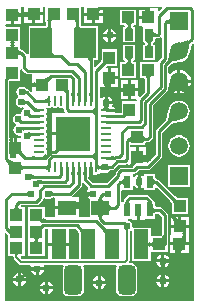
<source format=gtl>
G04*
G04 #@! TF.GenerationSoftware,Altium Limited,Altium Designer,20.1.8 (145)*
G04*
G04 Layer_Physical_Order=1*
G04 Layer_Color=255*
%FSLAX25Y25*%
%MOIN*%
G70*
G04*
G04 #@! TF.SameCoordinates,9520363F-8405-43F2-999A-1BF51871F706*
G04*
G04*
G04 #@! TF.FilePolarity,Positive*
G04*
G01*
G75*
%ADD17R,0.04331X0.03937*%
%ADD18R,0.05000X0.09843*%
%ADD19R,0.03937X0.04331*%
%ADD20R,0.06000X0.05000*%
%ADD21R,0.11811X0.11811*%
%ADD22O,0.03740X0.00984*%
%ADD23O,0.00984X0.03740*%
%ADD24R,0.07284X0.10039*%
%ADD25R,0.02756X0.03937*%
%ADD26R,0.02362X0.04331*%
%ADD40C,0.00900*%
%ADD41C,0.01000*%
%ADD42C,0.00600*%
%ADD43C,0.05906*%
%ADD44R,0.05906X0.05906*%
G04:AMPARAMS|DCode=45|XSize=98.43mil|YSize=59.06mil|CornerRadius=14.76mil|HoleSize=0mil|Usage=FLASHONLY|Rotation=90.000|XOffset=0mil|YOffset=0mil|HoleType=Round|Shape=RoundedRectangle|*
%AMROUNDEDRECTD45*
21,1,0.09843,0.02953,0,0,90.0*
21,1,0.06890,0.05906,0,0,90.0*
1,1,0.02953,0.01476,0.03445*
1,1,0.02953,0.01476,-0.03445*
1,1,0.02953,-0.01476,-0.03445*
1,1,0.02953,-0.01476,0.03445*
%
%ADD45ROUNDEDRECTD45*%
%ADD46C,0.02400*%
%ADD47C,0.01968*%
G36*
X534581Y274731D02*
X534544Y274638D01*
X534566Y274587D01*
X534553Y274532D01*
X534581Y274373D01*
Y274031D01*
X534641D01*
X534710Y273632D01*
X534729Y273602D01*
Y272919D01*
X534480Y272420D01*
X528975D01*
Y263332D01*
X528475Y263181D01*
X528357Y263357D01*
X527264Y264450D01*
X526917Y264682D01*
X526753Y264715D01*
X526744Y264725D01*
X526168Y265009D01*
Y266458D01*
X526168Y266458D01*
Y266781D01*
X526168D01*
X526168Y266958D01*
Y272312D01*
X521450D01*
X521201Y272812D01*
X521398Y273074D01*
X523100D01*
Y276239D01*
X523600D01*
Y276739D01*
X524457D01*
Y277079D01*
X525307Y276739D01*
X525545D01*
Y277139D01*
X526355Y276739D01*
X526569D01*
Y278987D01*
X527488D01*
Y277100D01*
X528432D01*
X528512Y277139D01*
Y277100D01*
X529502D01*
X529584Y277144D01*
X529598Y277100D01*
X530654D01*
X533819D01*
Y278987D01*
X534581D01*
Y274731D01*
D02*
G37*
G36*
X573511Y278525D02*
X572474Y277488D01*
X572012Y277679D01*
Y278468D01*
X569346D01*
Y277207D01*
X569686Y276357D01*
X569346D01*
Y275500D01*
X568846D01*
Y275000D01*
X565681D01*
Y272532D01*
X566788D01*
X567152Y272202D01*
Y267065D01*
X567555D01*
X567765Y266700D01*
X567555Y266335D01*
X567152D01*
Y261198D01*
X571107D01*
Y266335D01*
X570704D01*
X570494Y266700D01*
X570704Y267065D01*
X571107D01*
Y268317D01*
X571606Y268563D01*
X572233D01*
X572643Y268644D01*
X572829Y268769D01*
X573273Y268577D01*
X573329Y268517D01*
Y261965D01*
X572243Y260878D01*
X572057Y260600D01*
X571612Y260469D01*
X571612Y260469D01*
X566081D01*
Y255331D01*
X567530D01*
X567776Y254834D01*
Y250654D01*
X566069Y248946D01*
X565568Y249154D01*
Y250847D01*
X563100D01*
Y248181D01*
X564783D01*
X565111Y247767D01*
X564967Y247419D01*
X560032D01*
Y243599D01*
X560008Y243576D01*
X557950D01*
X557705Y243974D01*
X554822D01*
Y244952D01*
X553922D01*
X554192Y245499D01*
X553976Y246028D01*
X554800Y246868D01*
Y246900D01*
X554300D01*
Y247442D01*
X553976Y247772D01*
X554300Y248565D01*
Y249044D01*
X553942Y248972D01*
X553214Y248486D01*
X553188Y248447D01*
X552688Y248598D01*
Y249100D01*
X552659Y249246D01*
X552676Y249287D01*
X552675Y249288D01*
X552676Y249289D01*
X552673Y250192D01*
X552645Y250262D01*
Y251753D01*
X552931Y252135D01*
X554897D01*
X554972Y252247D01*
X554372D01*
X553943Y253147D01*
X555400Y253156D01*
Y255300D01*
Y258465D01*
X554831D01*
X554711Y258965D01*
X555225Y259228D01*
X558468D01*
Y264758D01*
X553332D01*
Y261515D01*
X552733Y260340D01*
X551176Y258783D01*
X550676Y258990D01*
Y260682D01*
X550922Y261180D01*
X552025D01*
Y272420D01*
X546520D01*
X546271Y272919D01*
Y273460D01*
X546275Y273465D01*
X546408Y273932D01*
X546519D01*
X546531Y274365D01*
X546521Y274455D01*
X546556Y274539D01*
X546519Y274631D01*
Y278987D01*
X547281D01*
Y277000D01*
X550446D01*
X551158D01*
X550458Y277700D01*
X551424Y278114D01*
X552060Y277478D01*
X551856Y277000D01*
X553612D01*
Y278987D01*
X573319D01*
X573511Y278525D01*
D02*
G37*
G36*
X536250Y273744D02*
X535350D01*
X535193Y274643D01*
X536700Y274656D01*
X536250Y273744D01*
D02*
G37*
G36*
X545907Y274543D02*
X545650Y273643D01*
X544750D01*
X544300Y274555D01*
X545907Y274543D01*
D02*
G37*
G36*
X576171Y273200D02*
X575259Y273650D01*
Y274550D01*
X576171Y275000D01*
Y273200D01*
D02*
G37*
G36*
X546100Y271808D02*
X544300D01*
X544750Y272708D01*
X545650D01*
X546100Y271808D01*
D02*
G37*
G36*
X536700D02*
X534900D01*
X535350Y272708D01*
X536250D01*
X536700Y271808D01*
D02*
G37*
G36*
X571395Y270083D02*
Y269183D01*
X570483Y268733D01*
Y270533D01*
X571395Y270083D01*
D02*
G37*
G36*
X569580Y266777D02*
X568680D01*
X568230Y267689D01*
X570030D01*
X569580Y266777D01*
D02*
G37*
G36*
X524113Y266619D02*
X524500Y265834D01*
X522700D01*
X523087Y266619D01*
X522700Y267393D01*
X524500D01*
X524113Y266619D01*
D02*
G37*
G36*
X570030Y265711D02*
X568230D01*
X568680Y266623D01*
X569580D01*
X570030Y265711D01*
D02*
G37*
G36*
X582734Y267098D02*
X582053Y264129D01*
X579130Y267053D01*
X582098Y267735D01*
X582734Y267098D01*
D02*
G37*
G36*
X526456Y264143D02*
Y263243D01*
X525545Y262793D01*
Y264593D01*
X526456Y264143D01*
D02*
G37*
G36*
X537846Y262900D02*
Y261900D01*
X536846Y261792D01*
X536834Y263400D01*
X537846Y262900D01*
D02*
G37*
G36*
X550056Y260892D02*
X549156D01*
X548705Y261804D01*
X550505D01*
X550056Y260892D01*
D02*
G37*
G36*
X579071Y261147D02*
X576102Y260466D01*
X575465Y261102D01*
X576147Y264071D01*
X579071Y261147D01*
D02*
G37*
G36*
X555019Y259852D02*
X553747Y259203D01*
X553307Y260036D01*
X553956Y261309D01*
X555019Y259852D01*
D02*
G37*
G36*
X569297Y255044D02*
X568397D01*
X567946Y255956D01*
X569746D01*
X569297Y255044D01*
D02*
G37*
G36*
X536143Y255153D02*
X535495Y253881D01*
X534037Y254944D01*
X535310Y255593D01*
X536143Y255153D01*
D02*
G37*
G36*
X534968Y253977D02*
X534553Y253012D01*
X533365Y254200D01*
X534331Y254614D01*
X534968Y253977D01*
D02*
G37*
G36*
X526843Y257843D02*
X527924Y256762D01*
X528272Y256529D01*
X528682Y256448D01*
X528682Y256448D01*
X530139D01*
X530188Y255968D01*
X530188D01*
Y253500D01*
X530402D01*
X531212Y253900D01*
Y253500D01*
X531646D01*
X532497Y253840D01*
Y253500D01*
X533354D01*
Y252500D01*
X532497D01*
Y252160D01*
X531646Y252500D01*
X531212D01*
Y252100D01*
X530402Y252500D01*
X530188D01*
Y250879D01*
X529726Y250688D01*
X529157Y251257D01*
X528810Y251489D01*
X528617Y251527D01*
X528530Y251586D01*
X528077Y251679D01*
X527998Y251798D01*
X527402Y252196D01*
X526700Y252335D01*
X525998Y252196D01*
X525402Y251798D01*
X525004Y251202D01*
X524865Y250500D01*
X525004Y249798D01*
X525402Y249202D01*
X525380Y248616D01*
X525202Y248498D01*
X524804Y247902D01*
X524665Y247200D01*
X524804Y246498D01*
X525202Y245902D01*
X525798Y245504D01*
X526500Y245365D01*
X527202Y245504D01*
X527420Y245077D01*
X527002Y244798D01*
X526604Y244202D01*
X526490Y243629D01*
X526425Y243479D01*
X526004Y243255D01*
X525600Y243335D01*
X524898Y243196D01*
X524302Y242798D01*
X523904Y242202D01*
X523765Y241500D01*
X523904Y240798D01*
X524302Y240202D01*
X524716Y239926D01*
X524765Y239393D01*
X524751Y239347D01*
X524452Y239148D01*
X524054Y238552D01*
X523915Y237850D01*
X524054Y237148D01*
X524452Y236552D01*
X525048Y236154D01*
X525750Y236015D01*
X526078Y236080D01*
X526428Y236022D01*
X526601Y235557D01*
X526273Y235112D01*
X525000D01*
Y231946D01*
X524000D01*
Y235112D01*
X522552D01*
Y254235D01*
X526168D01*
Y258021D01*
X526264Y258058D01*
X526669Y258104D01*
X526843Y257843D01*
D02*
G37*
G36*
X583987Y266433D02*
Y181013D01*
X521013D01*
Y203419D01*
X521475Y203611D01*
X521893Y203193D01*
X521893Y203193D01*
X522142Y203027D01*
Y201381D01*
X522142D01*
Y200969D01*
X522142D01*
Y195832D01*
X523890D01*
X523989Y195628D01*
Y195493D01*
X524059Y195142D01*
X524258Y194844D01*
X525851Y193251D01*
X526149Y193052D01*
X526500Y192982D01*
X529591D01*
X529812Y192482D01*
X529756Y192200D01*
X530193D01*
X531043Y192540D01*
Y192200D01*
X534044D01*
X533988Y192482D01*
X534209Y192982D01*
X540352D01*
X540620Y192482D01*
X540468Y192255D01*
X540307Y191445D01*
Y184555D01*
X540468Y183745D01*
X540927Y183058D01*
X541613Y182599D01*
X542424Y182438D01*
X545376D01*
X546186Y182599D01*
X546873Y183058D01*
X547332Y183745D01*
X547493Y184555D01*
Y191445D01*
X547332Y192255D01*
X547180Y192482D01*
X547448Y192982D01*
X558069D01*
X558336Y192482D01*
X558184Y192255D01*
X558023Y191445D01*
Y184555D01*
X558184Y183745D01*
X558643Y183058D01*
X559330Y182599D01*
X560140Y182438D01*
X563093D01*
X563903Y182599D01*
X564590Y183058D01*
X565049Y183745D01*
X565210Y184555D01*
Y191445D01*
X565049Y192255D01*
X564590Y192942D01*
X563903Y193401D01*
X563093Y193562D01*
X562598D01*
X562423Y194062D01*
X562548Y194249D01*
X562618Y194600D01*
Y203897D01*
X562938Y204505D01*
X563438Y204381D01*
Y194290D01*
X569638D01*
Y196894D01*
X569788Y197332D01*
X575319D01*
Y199355D01*
X575343Y199390D01*
X575424Y199800D01*
Y202453D01*
X575449Y202687D01*
X575439Y202723D01*
X575453Y202757D01*
X575424Y202826D01*
Y209447D01*
X575343Y209856D01*
X575110Y210204D01*
X573457Y211857D01*
X573110Y212089D01*
X572700Y212171D01*
X571619D01*
X571121Y212416D01*
Y213865D01*
X570660D01*
X570371Y214444D01*
X570351Y214461D01*
X570329Y214569D01*
X570097Y214917D01*
X570097Y214917D01*
X568997Y216017D01*
X568650Y216249D01*
X568240Y216330D01*
X562660D01*
X562250Y216249D01*
X561903Y216017D01*
X561903Y216017D01*
X561103Y215217D01*
X560871Y214869D01*
X560789Y214460D01*
Y214364D01*
X560554Y213893D01*
X560077Y213868D01*
X559771Y214238D01*
Y217411D01*
X560079Y217783D01*
X563641D01*
Y219071D01*
X564141Y219223D01*
X564214Y219114D01*
X564942Y218628D01*
X565300Y218556D01*
Y218993D01*
X564960Y219843D01*
X565300D01*
Y220700D01*
Y221557D01*
X564960D01*
X565300Y222407D01*
Y222844D01*
X564942Y222772D01*
X564214Y222286D01*
X564141Y222177D01*
X563641Y222329D01*
Y223314D01*
X564091Y223329D01*
X564100Y223329D01*
X564132Y223336D01*
X564510Y223411D01*
X564857Y223643D01*
X565643Y224429D01*
X568700D01*
X569110Y224511D01*
X569457Y224743D01*
X573257Y228543D01*
X573489Y228890D01*
X573571Y229300D01*
Y237057D01*
X576376Y239862D01*
X579216Y240514D01*
X579246Y240536D01*
X580027Y240639D01*
X580892Y240997D01*
X581634Y241566D01*
X582203Y242308D01*
X582561Y243173D01*
X582683Y244100D01*
X582561Y245027D01*
X582203Y245892D01*
X581634Y246634D01*
X580892Y247203D01*
X580027Y247561D01*
X579100Y247683D01*
X578172Y247561D01*
X577308Y247203D01*
X576566Y246634D01*
X575997Y245892D01*
X575639Y245027D01*
X575536Y244246D01*
X575514Y244216D01*
X574862Y241376D01*
X571743Y238257D01*
X571511Y237910D01*
X571429Y237500D01*
Y229743D01*
X568669Y226982D01*
X568168Y227190D01*
Y228507D01*
X568056D01*
Y227703D01*
X567144Y227254D01*
Y228507D01*
X567032D01*
Y227703D01*
X566057Y227313D01*
Y228507D01*
X565200D01*
Y229007D01*
X564700D01*
Y232172D01*
X562771D01*
Y232935D01*
X567768D01*
Y233530D01*
X568266Y233776D01*
X568546D01*
X568956Y233857D01*
X569304Y234089D01*
X570157Y234943D01*
X570389Y235290D01*
X570471Y235700D01*
X570471Y235700D01*
Y246078D01*
X575257Y250864D01*
X575489Y251212D01*
X575533Y251434D01*
X575542Y251436D01*
X576147Y254070D01*
X578600Y251618D01*
Y254100D01*
Y258021D01*
X578068Y257951D01*
X577107Y257553D01*
X576281Y256919D01*
X576071Y256645D01*
X575571Y256815D01*
Y259057D01*
X576376Y259862D01*
X579216Y260514D01*
X579246Y260536D01*
X580027Y260639D01*
X580892Y260997D01*
X581634Y261566D01*
X582203Y262308D01*
X582561Y263173D01*
X582664Y263954D01*
X582686Y263984D01*
X583286Y266597D01*
X583487Y266717D01*
X583987Y266433D01*
D02*
G37*
G36*
X528400Y250950D02*
Y250050D01*
X527749Y249917D01*
Y251083D01*
X528400Y250950D01*
D02*
G37*
G36*
X552026Y249287D02*
X551122D01*
X551124Y250191D01*
X552024D01*
X552026Y249287D01*
D02*
G37*
G36*
X550058D02*
X549153D01*
X549156Y250191D01*
X550056D01*
X550058Y249287D01*
D02*
G37*
G36*
X546121D02*
X545216D01*
X545219Y250191D01*
X546118D01*
X546121Y249287D01*
D02*
G37*
G36*
X544152D02*
X543248D01*
X543250Y250191D01*
X544150D01*
X544152Y249287D01*
D02*
G37*
G36*
X542200Y251044D02*
X542182Y250149D01*
X542184Y249287D01*
X541279D01*
X541281Y250144D01*
X540832Y251056D01*
X542200Y251044D01*
D02*
G37*
G36*
X535349Y246822D02*
X534437Y247272D01*
Y248172D01*
X535349Y248622D01*
Y246822D01*
D02*
G37*
G36*
X528332Y247650D02*
Y246750D01*
X527357Y246360D01*
Y248040D01*
X528332Y247650D01*
D02*
G37*
G36*
X542181Y245253D02*
X541282D01*
X541279Y246157D01*
X542184D01*
X542181Y245253D01*
D02*
G37*
G36*
X539119Y245461D02*
X539337Y245315D01*
X539763Y245231D01*
X540132Y245304D01*
X540287Y245288D01*
X540307Y245282D01*
X540661Y245029D01*
Y244769D01*
X540742Y244359D01*
X540975Y244011D01*
X541018Y243968D01*
X540827Y243506D01*
X536795D01*
Y237100D01*
X543700D01*
Y236100D01*
X543206D01*
X543690Y235616D01*
X542982Y235245D01*
X542345Y235882D01*
X542459Y236100D01*
X536795D01*
Y230150D01*
X536490Y230089D01*
X536143Y229857D01*
X535793Y229507D01*
X535171Y229593D01*
X535032Y229802D01*
X534949Y230216D01*
X534985Y230268D01*
X535069Y230695D01*
X534985Y231121D01*
X534743Y231482D01*
Y231876D01*
X534985Y232237D01*
X535069Y232663D01*
X534985Y233089D01*
X534743Y233450D01*
Y233844D01*
X534985Y234205D01*
X535069Y234631D01*
X534985Y235058D01*
X534743Y235419D01*
Y235813D01*
X534985Y236174D01*
X535069Y236600D01*
X534985Y237026D01*
X534743Y237387D01*
Y237781D01*
X534985Y238142D01*
X535069Y238568D01*
X534985Y238995D01*
X534743Y239356D01*
Y239750D01*
X534985Y240111D01*
X535069Y240537D01*
X534985Y240963D01*
X534743Y241324D01*
Y241718D01*
X534985Y242079D01*
X535069Y242506D01*
X534985Y242932D01*
X534743Y243293D01*
Y243687D01*
X534985Y244048D01*
X535069Y244474D01*
X534985Y244900D01*
X534874Y245065D01*
X535235Y245426D01*
X535400Y245315D01*
X535826Y245231D01*
X536252Y245315D01*
X536470Y245461D01*
X536810Y245522D01*
X537151Y245461D01*
X537368Y245315D01*
X537794Y245231D01*
X538221Y245315D01*
X538438Y245461D01*
X538779Y245522D01*
X539119Y245461D01*
D02*
G37*
G36*
X532009Y244952D02*
X530748Y244287D01*
X530104Y244959D01*
X530736Y245600D01*
X532009Y244952D01*
D02*
G37*
G36*
X552024Y245253D02*
X551322D01*
X552024Y244200D01*
X551124Y242850D01*
X550224Y243750D01*
Y244650D01*
X551123Y245549D01*
X551122Y246157D01*
X552026D01*
X552024Y245253D01*
D02*
G37*
G36*
X557291Y242955D02*
Y242056D01*
X556387Y242053D01*
Y242958D01*
X557291Y242955D01*
D02*
G37*
G36*
X531013Y242053D02*
X530109Y242056D01*
Y242955D01*
X531013Y242958D01*
Y242053D01*
D02*
G37*
G36*
X579071Y241147D02*
X576102Y240465D01*
X575465Y241102D01*
X576147Y244071D01*
X579071Y241147D01*
D02*
G37*
G36*
X557291Y240987D02*
Y240087D01*
X556387Y240085D01*
Y240989D01*
X557291Y240987D01*
D02*
G37*
G36*
X531013Y240085D02*
X530109Y240087D01*
Y240987D01*
X531013Y240989D01*
Y240085D01*
D02*
G37*
G36*
Y238116D02*
X530109Y238119D01*
Y239019D01*
X531013Y239021D01*
Y238116D01*
D02*
G37*
G36*
X527640Y238119D02*
X526939Y237690D01*
X526038Y239015D01*
X527431Y239019D01*
X527640Y238119D01*
D02*
G37*
G36*
X530157Y237050D02*
X531013Y237052D01*
Y236148D01*
X530310Y236150D01*
X529562Y235701D01*
X528774Y237140D01*
X530157Y237050D01*
D02*
G37*
G36*
X523900Y234088D02*
X522543Y234100D01*
X522550Y235000D01*
X523450D01*
X523900Y234088D01*
D02*
G37*
G36*
X563256Y234049D02*
X562446Y234397D01*
Y235297D01*
X563256Y235644D01*
Y234049D01*
D02*
G37*
G36*
X568056Y235297D02*
Y234397D01*
X567144Y233946D01*
Y235747D01*
X568056Y235297D01*
D02*
G37*
G36*
X540724Y232988D02*
X540353Y232279D01*
X539379Y233254D01*
X540088Y233624D01*
X540724Y232988D01*
D02*
G37*
G36*
X539360Y231285D02*
X538651Y230914D01*
X538015Y231551D01*
X538385Y232259D01*
X539360Y231285D01*
D02*
G37*
G36*
X527093Y229990D02*
X526653Y229157D01*
X525381Y229805D01*
X526444Y231263D01*
X527093Y229990D01*
D02*
G37*
G36*
X535393Y229078D02*
X534302Y228380D01*
X533621Y229204D01*
X534826Y229784D01*
X535393Y229078D01*
D02*
G37*
G36*
X557291Y229176D02*
Y228276D01*
X556387Y228274D01*
Y229178D01*
X557291Y229176D01*
D02*
G37*
G36*
X531013Y228274D02*
X530109Y228276D01*
Y229176D01*
X531013Y229178D01*
Y228274D01*
D02*
G37*
G36*
X552024Y229100D02*
X551255Y227947D01*
X552024D01*
X552026Y227043D01*
X551122D01*
X551124Y227750D01*
X550224Y228650D01*
Y229550D01*
X551124Y230450D01*
X552024Y229100D01*
D02*
G37*
G36*
X536278Y227043D02*
X535374D01*
X535376Y227947D01*
X536276D01*
X536278Y227043D01*
D02*
G37*
G36*
X565188Y226954D02*
X564980Y226865D01*
X565173Y226866D01*
X563900Y226217D01*
X562628Y226218D01*
X563243Y226854D01*
X563904Y226858D01*
X563586Y227176D01*
X564000Y228142D01*
X565188Y226954D01*
D02*
G37*
G36*
X523619Y227395D02*
X522555Y225937D01*
X521907Y227210D01*
X522347Y228043D01*
X523619Y227395D01*
D02*
G37*
G36*
X556098Y225928D02*
X556161Y225028D01*
X555210Y224618D01*
X554300Y225509D01*
X555101Y226294D01*
X556098Y225928D01*
D02*
G37*
G36*
X552767Y226025D02*
X553499Y226294D01*
X554300Y225509D01*
X553390Y224618D01*
X552719Y224907D01*
X552052Y224578D01*
Y226378D01*
X552767Y226025D01*
D02*
G37*
G36*
X535349Y224578D02*
X534437Y225028D01*
Y225928D01*
X535349Y226378D01*
Y224578D01*
D02*
G37*
G36*
X527356Y225928D02*
Y225028D01*
X526444Y224578D01*
Y226378D01*
X527356Y225928D01*
D02*
G37*
G36*
X561952Y226580D02*
X562231Y226464D01*
Y225842D01*
X561920Y225471D01*
X559800D01*
X559390Y225389D01*
X559043Y225157D01*
X558143Y224257D01*
X557911Y223910D01*
X557829Y223500D01*
Y223043D01*
X555157Y220371D01*
X550244D01*
X548729Y221885D01*
X548763Y222384D01*
X549106Y222595D01*
Y225478D01*
X550105D01*
Y222678D01*
X550188Y222694D01*
X550681Y223024D01*
X551095Y223107D01*
X551148Y223071D01*
X551574Y222987D01*
X552000Y223071D01*
X552361Y223313D01*
X552603Y223674D01*
X552609Y223703D01*
X552986Y223953D01*
X553175Y223987D01*
X553598Y223704D01*
X554300Y223565D01*
X555002Y223704D01*
X555493Y224032D01*
X556362Y224407D01*
X556635D01*
X557045Y224489D01*
X557392Y224721D01*
X559001Y226329D01*
X561000D01*
X561410Y226411D01*
X561731Y226626D01*
X561952Y226580D01*
D02*
G37*
G36*
X548087Y223009D02*
X547187D01*
X547185Y223913D01*
X548089D01*
X548087Y223009D01*
D02*
G37*
G36*
X546118D02*
X545219D01*
X545216Y223913D01*
X546121D01*
X546118Y223009D01*
D02*
G37*
G36*
X544150D02*
X543250D01*
X543248Y223913D01*
X544152D01*
X544150Y223009D01*
D02*
G37*
G36*
X542181D02*
X541282D01*
X541279Y223913D01*
X542184D01*
X542181Y223009D01*
D02*
G37*
G36*
X540213D02*
X539313D01*
X539311Y223913D01*
X540215D01*
X540213Y223009D01*
D02*
G37*
G36*
X530732Y222750D02*
Y221850D01*
X529757Y221460D01*
Y223140D01*
X530732Y222750D01*
D02*
G37*
G36*
X533295Y221150D02*
X533494Y220250D01*
X532786Y219818D01*
X531902Y221161D01*
X533295Y221150D01*
D02*
G37*
G36*
X560703Y219649D02*
X559791Y220099D01*
Y220999D01*
X560703Y221449D01*
Y219649D01*
D02*
G37*
G36*
X537332Y217050D02*
Y216150D01*
X536357Y215760D01*
Y217440D01*
X537332Y217050D01*
D02*
G37*
G36*
X529043Y215760D02*
X528068Y216150D01*
Y217050D01*
X529043Y217440D01*
Y215760D01*
D02*
G37*
G36*
X553800Y214376D02*
X552000D01*
X552450Y215288D01*
X553350D01*
X553800Y214376D01*
D02*
G37*
G36*
X570240Y213253D02*
X568440D01*
X568890Y214153D01*
X569790D01*
X570240Y213253D01*
D02*
G37*
G36*
X562760D02*
X560960D01*
X561410Y214153D01*
X562310D01*
X562760Y213253D01*
D02*
G37*
G36*
X548745Y218841D02*
X548814Y218286D01*
X548328Y217558D01*
X548256Y217200D01*
X550400D01*
Y216200D01*
X548256D01*
X548328Y215842D01*
X548814Y215114D01*
X549300Y214789D01*
Y208800D01*
X548812Y208771D01*
X545900D01*
Y211400D01*
X537900D01*
Y208771D01*
X534864D01*
X534365Y209020D01*
Y212069D01*
X528835D01*
Y206931D01*
X528835Y206931D01*
Y206519D01*
X528835D01*
X528835Y206432D01*
Y201381D01*
X528835D01*
Y200969D01*
X528835D01*
Y195832D01*
X534365D01*
Y200969D01*
X534365D01*
Y201381D01*
X534365D01*
Y205029D01*
X535479D01*
Y200311D01*
X542479D01*
Y205029D01*
X544557D01*
X545122Y204464D01*
X545721Y203288D01*
Y194818D01*
X542479D01*
Y199311D01*
X535479D01*
Y194818D01*
X526880D01*
X526366Y195332D01*
X526573Y195832D01*
X527672D01*
Y200969D01*
X527672D01*
Y201381D01*
X527672D01*
Y206519D01*
X527672D01*
Y206931D01*
X527672D01*
Y212069D01*
X526735D01*
X526471Y212568D01*
X526582Y212729D01*
X531400D01*
X531810Y212811D01*
X532157Y213043D01*
X533457Y214343D01*
X533689Y214690D01*
X533763Y215060D01*
X533959Y215170D01*
X534271Y215257D01*
X534798Y214904D01*
X535500Y214765D01*
X536202Y214904D01*
X536581Y215157D01*
X536598Y215157D01*
X537438Y215493D01*
X537900Y215245D01*
Y212400D01*
X544876D01*
Y213961D01*
X545524D01*
Y212688D01*
X545378Y212400D01*
X545900D01*
Y215400D01*
X543694D01*
X543552Y215666D01*
X543514Y215900D01*
X546425Y218811D01*
X546658Y219159D01*
X546739Y219568D01*
X546739Y219569D01*
Y220140D01*
X547239Y220347D01*
X548745Y218841D01*
D02*
G37*
G36*
X525807Y211444D02*
X524007D01*
X524457Y212356D01*
X525357D01*
X525807Y211444D01*
D02*
G37*
G36*
X556788Y212350D02*
Y211450D01*
X555876Y211000D01*
Y212800D01*
X556788Y212350D01*
D02*
G37*
G36*
X571409Y211550D02*
Y210650D01*
X570497Y210200D01*
Y212000D01*
X571409Y211550D01*
D02*
G37*
G36*
X553350Y208512D02*
X552450D01*
X552000Y209412D01*
X553800D01*
X553350Y208512D01*
D02*
G37*
G36*
X566100Y207935D02*
X567781D01*
Y208335D01*
X571121D01*
Y209784D01*
X571619Y210029D01*
X572257D01*
X573283Y209003D01*
Y202966D01*
X573037Y202468D01*
X569788D01*
X569638Y202906D01*
Y205332D01*
X563912D01*
X563502Y205832D01*
X563535Y206000D01*
X563396Y206702D01*
X562998Y207298D01*
X562402Y207696D01*
X561854Y207805D01*
X561829Y207835D01*
X562061Y208335D01*
X563419D01*
Y207935D01*
X565100D01*
Y211100D01*
X566100D01*
Y207935D01*
D02*
G37*
G36*
X534653Y208150D02*
Y207250D01*
X533753Y207543D01*
Y208600D01*
X534653Y208150D01*
D02*
G37*
G36*
X561912Y206212D02*
X561488Y205788D01*
X560950Y206253D01*
X561447Y206750D01*
X561912Y206212D01*
D02*
G37*
G36*
X562008Y205143D02*
X562540D01*
X562000Y204118D01*
X561400D01*
X560860Y205143D01*
X561392D01*
X561382Y205682D01*
X562018D01*
X562008Y205143D01*
D02*
G37*
G36*
X555552Y204708D02*
X554219Y203520D01*
X553571Y204793D01*
X554280Y205357D01*
X555552Y204708D01*
D02*
G37*
G36*
X547652D02*
X546345Y203494D01*
X545697Y204767D01*
X546380Y205357D01*
X547652Y204708D01*
D02*
G37*
G36*
X574707Y201856D02*
X573454Y201845D01*
X573904Y202757D01*
X574803D01*
X574707Y201856D01*
D02*
G37*
G36*
X570400Y198911D02*
X569712Y199255D01*
X569014Y198911D01*
Y200711D01*
X569712Y200367D01*
X570400Y200711D01*
Y198911D01*
D02*
G37*
G36*
X532090Y201175D02*
X532500Y200344D01*
X530700D01*
X531110Y201175D01*
X530700Y202006D01*
X532500D01*
X532090Y201175D01*
D02*
G37*
G36*
X525207Y195844D02*
X524607D01*
X524307Y196456D01*
X525507D01*
X525207Y195844D01*
D02*
G37*
%LPC*%
G36*
X530154Y276100D02*
X529913D01*
X530089Y275541D01*
X529049Y275789D01*
X528941Y276100D01*
X528512D01*
Y275339D01*
X527600Y275789D01*
Y276100D01*
X527488D01*
Y273632D01*
X530154D01*
Y276100D01*
D02*
G37*
G36*
X526569Y275739D02*
X526355D01*
X525545Y275339D01*
Y275739D01*
X525307D01*
X524457Y275399D01*
Y275739D01*
X524100D01*
Y273074D01*
X526569D01*
Y275739D01*
D02*
G37*
G36*
X533819Y276100D02*
X531154D01*
Y273632D01*
X533819D01*
Y276100D01*
D02*
G37*
G36*
X568346Y278468D02*
X565681D01*
Y276000D01*
X568346D01*
Y276357D01*
X568007D01*
X568346Y277207D01*
Y278468D01*
D02*
G37*
G36*
X553612Y276000D02*
X550946D01*
Y273532D01*
X553612D01*
Y276000D01*
D02*
G37*
G36*
X549946D02*
X547281D01*
Y273532D01*
X549946D01*
Y276000D01*
D02*
G37*
G36*
X556500Y271544D02*
Y269900D01*
X558144D01*
X558072Y270258D01*
X557586Y270986D01*
X556858Y271472D01*
X556500Y271544D01*
D02*
G37*
G36*
X555500D02*
X555142Y271472D01*
X554414Y270986D01*
X553928Y270258D01*
X553856Y269900D01*
X555500D01*
Y271544D01*
D02*
G37*
G36*
X558144Y268900D02*
X556500D01*
Y267256D01*
X556858Y267328D01*
X557586Y267814D01*
X558072Y268542D01*
X558144Y268900D01*
D02*
G37*
G36*
X555500D02*
X553856D01*
X553928Y268542D01*
X554414Y267814D01*
X555142Y267328D01*
X555500Y267256D01*
Y268900D01*
D02*
G37*
G36*
X564919Y278068D02*
X559388D01*
Y272932D01*
X560862D01*
X561072Y272567D01*
X560862Y272202D01*
X560459D01*
Y267065D01*
X564415D01*
Y272202D01*
X564011D01*
X563801Y272567D01*
X564011Y272932D01*
X564919D01*
Y278068D01*
D02*
G37*
G36*
X558869Y258465D02*
X556400D01*
Y255800D01*
X558869D01*
Y258465D01*
D02*
G37*
G36*
X564415Y266335D02*
X560459D01*
Y261198D01*
X560862D01*
X561072Y260833D01*
X560862Y260469D01*
X559388D01*
Y255331D01*
X564919D01*
Y260469D01*
X564011D01*
X563801Y260833D01*
X564011Y261198D01*
X564415D01*
Y266335D01*
D02*
G37*
G36*
X558869Y254800D02*
X556400D01*
Y252135D01*
X558869D01*
Y254800D01*
D02*
G37*
G36*
X565568Y254512D02*
X563100D01*
Y251847D01*
X565568D01*
Y254512D01*
D02*
G37*
G36*
X562100D02*
X559631D01*
Y251847D01*
X559845D01*
X560655Y252246D01*
Y251847D01*
X560893D01*
X561743Y252186D01*
Y251847D01*
X562100D01*
Y254512D01*
D02*
G37*
G36*
Y250847D02*
X561743D01*
Y250506D01*
X560893Y250847D01*
X560655D01*
Y250447D01*
X559845Y250847D01*
X559631D01*
Y248181D01*
X562100D01*
Y250847D01*
D02*
G37*
G36*
X555300Y249044D02*
Y248652D01*
X555656Y247741D01*
X555321Y247400D01*
X556944D01*
X556872Y247758D01*
X556386Y248486D01*
X555658Y248972D01*
X555300Y249044D01*
D02*
G37*
G36*
X556944Y246400D02*
X555321D01*
X555656Y246059D01*
X555444Y245516D01*
X555711Y244974D01*
X557622D01*
X557606Y245056D01*
X557276Y245550D01*
X557185Y245610D01*
X556872Y246042D01*
X556944Y246400D01*
D02*
G37*
%LPD*%
G36*
X562887Y272643D02*
X561987D01*
X561537Y273555D01*
X563337D01*
X562887Y272643D01*
D02*
G37*
G36*
X563337Y271578D02*
X561537D01*
X561987Y272490D01*
X562887D01*
X563337Y271578D01*
D02*
G37*
G36*
X562887Y260910D02*
X561987D01*
X561537Y261822D01*
X563337D01*
X562887Y260910D01*
D02*
G37*
G36*
X563337Y259844D02*
X561537D01*
X561987Y260756D01*
X562887D01*
X563337Y259844D01*
D02*
G37*
%LPC*%
G36*
X579600Y258021D02*
Y254600D01*
X583021D01*
X582951Y255132D01*
X582553Y256093D01*
X581919Y256919D01*
X581093Y257553D01*
X580132Y257951D01*
X579600Y258021D01*
D02*
G37*
G36*
X583021Y253600D02*
X582161D01*
X582515Y252057D01*
X582553Y252107D01*
X582951Y253068D01*
X583021Y253600D01*
D02*
G37*
G36*
X581582D02*
X579600D01*
Y251618D01*
X581582Y253600D01*
D02*
G37*
G36*
X579600Y251039D02*
Y250179D01*
X580132Y250249D01*
X581093Y250647D01*
X581143Y250685D01*
X579600Y251039D01*
D02*
G37*
G36*
X578600D02*
X577057Y250685D01*
X577107Y250647D01*
X578068Y250249D01*
X578600Y250179D01*
Y251039D01*
D02*
G37*
G36*
X568168Y232172D02*
X565700D01*
Y229507D01*
X568168D01*
Y232172D01*
D02*
G37*
G36*
X579100Y236183D02*
X578172Y236061D01*
X577308Y235703D01*
X576566Y235134D01*
X575997Y234392D01*
X575639Y233527D01*
X575517Y232600D01*
X575639Y231673D01*
X575997Y230808D01*
X576566Y230066D01*
X577308Y229497D01*
X578172Y229139D01*
X579100Y229017D01*
X580027Y229139D01*
X580892Y229497D01*
X581634Y230066D01*
X582203Y230808D01*
X582561Y231673D01*
X582683Y232600D01*
X582561Y233527D01*
X582203Y234392D01*
X581634Y235134D01*
X580892Y235703D01*
X580027Y236061D01*
X579100Y236183D01*
D02*
G37*
G36*
X571121Y223314D02*
X567559D01*
Y222772D01*
X567059Y222505D01*
X566658Y222772D01*
X566300Y222844D01*
Y222407D01*
X566640Y221557D01*
X566300D01*
Y220700D01*
Y219843D01*
X566640D01*
X566300Y218993D01*
Y218556D01*
X566658Y218628D01*
X567059Y218895D01*
X567559Y218628D01*
Y217783D01*
X571121D01*
Y218658D01*
X571621Y218865D01*
X576233Y214253D01*
X576831Y213078D01*
Y209781D01*
X581968D01*
Y212636D01*
X581971Y212647D01*
X581968Y212657D01*
Y215312D01*
X578779D01*
X577603Y215911D01*
X572208Y221306D01*
X571861Y221538D01*
X571708Y221568D01*
X571697Y221581D01*
X571121Y221865D01*
Y223314D01*
D02*
G37*
G36*
X582653Y226153D02*
X575547D01*
Y219047D01*
X582653D01*
Y226153D01*
D02*
G37*
G36*
X578900Y209019D02*
X576432D01*
Y206354D01*
X578297D01*
X578058Y207227D01*
X578900Y207523D01*
Y207875D01*
X577444Y207205D01*
X576807Y208478D01*
X577914Y208643D01*
X578900Y208151D01*
Y209019D01*
D02*
G37*
G36*
X582369D02*
X579900D01*
Y206354D01*
X582369D01*
Y209019D01*
D02*
G37*
G36*
X578900Y206577D02*
X578344Y206354D01*
X578900D01*
Y206577D01*
D02*
G37*
G36*
X582369Y205354D02*
X579400D01*
X576432D01*
Y202869D01*
X576081D01*
Y200400D01*
X579246D01*
X582412D01*
Y202869D01*
X582369D01*
Y205354D01*
D02*
G37*
G36*
X582412Y199400D02*
X579746D01*
Y199021D01*
X580063D01*
X579746Y198197D01*
Y197956D01*
X580463D01*
X579746Y197520D01*
Y196932D01*
X582412D01*
Y199400D01*
D02*
G37*
G36*
X578746D02*
X576081D01*
Y196932D01*
X578746D01*
Y197031D01*
X577917Y197307D01*
Y197956D01*
X578746D01*
Y198198D01*
X578430Y199021D01*
X578746D01*
Y199400D01*
D02*
G37*
G36*
X574200Y196444D02*
Y194800D01*
X574633D01*
Y195054D01*
X575385Y194800D01*
X575844D01*
X575772Y195158D01*
X575286Y195886D01*
X574558Y196372D01*
X574200Y196444D01*
D02*
G37*
G36*
X573200D02*
X572842Y196372D01*
X572114Y195886D01*
X571628Y195158D01*
X571556Y194800D01*
X573200D01*
Y196444D01*
D02*
G37*
G36*
X575844Y193800D02*
X575385D01*
X574633Y193546D01*
Y193800D01*
X574200D01*
Y193443D01*
X574540D01*
X574200Y192593D01*
Y192156D01*
X574558Y192228D01*
X575286Y192714D01*
X575772Y193442D01*
X575844Y193800D01*
D02*
G37*
G36*
X573200D02*
X571556D01*
X571628Y193442D01*
X572114Y192714D01*
X572842Y192228D01*
X573200Y192156D01*
Y192593D01*
X572860Y193443D01*
X573200D01*
Y193800D01*
D02*
G37*
G36*
X531400Y191200D02*
X531043D01*
Y190860D01*
X530193Y191200D01*
X529756D01*
X529828Y190842D01*
X530314Y190114D01*
X531042Y189628D01*
X531400Y189556D01*
Y191200D01*
D02*
G37*
G36*
X534044D02*
X532400D01*
Y189556D01*
X532758Y189628D01*
X533486Y190114D01*
X533972Y190842D01*
X534044Y191200D01*
D02*
G37*
G36*
X526400Y190244D02*
Y189509D01*
X526877Y189714D01*
X527514Y189077D01*
X527309Y188600D01*
X528044D01*
X527972Y188958D01*
X527486Y189686D01*
X526758Y190172D01*
X526400Y190244D01*
D02*
G37*
G36*
Y188812D02*
Y188600D01*
X526612D01*
X526400Y188812D01*
D02*
G37*
G36*
X525400Y190244D02*
X525042Y190172D01*
X524314Y189686D01*
X523828Y188958D01*
X523756Y188600D01*
X525400D01*
Y190244D01*
D02*
G37*
G36*
X574200Y189744D02*
Y189307D01*
X574540Y188457D01*
X574200D01*
Y188100D01*
X575844D01*
X575772Y188458D01*
X575286Y189186D01*
X574558Y189672D01*
X574200Y189744D01*
D02*
G37*
G36*
X573200D02*
X572842Y189672D01*
X572114Y189186D01*
X571628Y188458D01*
X571556Y188100D01*
X573200D01*
Y188457D01*
X572860D01*
X573200Y189307D01*
Y189744D01*
D02*
G37*
G36*
X553000Y189144D02*
Y187500D01*
X554644D01*
X554572Y187858D01*
X554086Y188586D01*
X553358Y189072D01*
X553000Y189144D01*
D02*
G37*
G36*
X552000D02*
X551642Y189072D01*
X550914Y188586D01*
X550428Y187858D01*
X550356Y187500D01*
X552000D01*
Y189144D01*
D02*
G37*
G36*
X528044Y187600D02*
X526400D01*
Y185956D01*
X526758Y186028D01*
X527486Y186514D01*
X527972Y187242D01*
X528044Y187600D01*
D02*
G37*
G36*
X525400D02*
X523756D01*
X523828Y187242D01*
X524314Y186514D01*
X525042Y186028D01*
X525400Y185956D01*
Y187600D01*
D02*
G37*
G36*
X535400Y187444D02*
Y185800D01*
X537044D01*
X536972Y186158D01*
X536486Y186886D01*
X535758Y187372D01*
X535400Y187444D01*
D02*
G37*
G36*
X534400D02*
X534042Y187372D01*
X533314Y186886D01*
X532828Y186158D01*
X532756Y185800D01*
X534400D01*
Y187444D01*
D02*
G37*
G36*
X575844Y187100D02*
X574200D01*
Y185456D01*
X574558Y185528D01*
X575286Y186014D01*
X575772Y186742D01*
X575844Y187100D01*
D02*
G37*
G36*
X573200D02*
X571556D01*
X571628Y186742D01*
X572114Y186014D01*
X572842Y185528D01*
X573200Y185456D01*
Y187100D01*
D02*
G37*
G36*
X554644Y186500D02*
X553000D01*
Y184856D01*
X553358Y184928D01*
X554086Y185414D01*
X554572Y186142D01*
X554644Y186500D01*
D02*
G37*
G36*
X552000D02*
X550356D01*
X550428Y186142D01*
X550914Y185414D01*
X551642Y184928D01*
X552000Y184856D01*
Y186500D01*
D02*
G37*
G36*
X537044Y184800D02*
X535400D01*
Y183156D01*
X535758Y183228D01*
X536486Y183714D01*
X536972Y184442D01*
X537044Y184800D01*
D02*
G37*
G36*
X534400D02*
X532756D01*
X532828Y184442D01*
X533314Y183714D01*
X534042Y183228D01*
X534400Y183156D01*
Y184800D01*
D02*
G37*
%LPD*%
G36*
X571409Y220999D02*
Y220099D01*
X570497Y219649D01*
Y221449D01*
X571409Y220999D01*
D02*
G37*
G36*
X578573Y214688D02*
X577456Y213284D01*
X576807Y214557D01*
X577300Y215336D01*
X578573Y214688D01*
D02*
G37*
G36*
X581356Y203700D02*
X581350Y202800D01*
X580450D01*
X580000Y203712D01*
X581356Y203700D01*
D02*
G37*
G36*
X581400Y201856D02*
X580000Y201845D01*
X580450Y202757D01*
X581350D01*
X581400Y201856D01*
D02*
G37*
D17*
X531600Y209500D02*
D03*
X524907D02*
D03*
X531600Y203950D02*
D03*
X524907D02*
D03*
X531600Y198400D02*
D03*
X524907D02*
D03*
X579247Y199900D02*
D03*
X572553D02*
D03*
X533354Y253000D02*
D03*
X540047D02*
D03*
X530653Y276600D02*
D03*
X537347D02*
D03*
X550447Y276500D02*
D03*
X543753D02*
D03*
X562153Y275500D02*
D03*
X568847D02*
D03*
X562153Y257900D02*
D03*
X568847D02*
D03*
D18*
X538979Y199811D02*
D03*
X566538D02*
D03*
X556695D02*
D03*
X548821D02*
D03*
D19*
X579400Y205854D02*
D03*
Y212546D02*
D03*
X524500Y231946D02*
D03*
Y225254D02*
D03*
X523600Y257000D02*
D03*
Y263693D02*
D03*
Y276239D02*
D03*
Y269547D02*
D03*
X555900Y255300D02*
D03*
Y261993D02*
D03*
X562600Y251346D02*
D03*
Y244654D02*
D03*
X565200Y229007D02*
D03*
Y235700D02*
D03*
D20*
X541900Y211900D02*
D03*
X552900D02*
D03*
D21*
X543700Y236600D02*
D03*
D22*
X554822Y244474D02*
D03*
Y242506D02*
D03*
Y240537D02*
D03*
Y238568D02*
D03*
Y236600D02*
D03*
Y234631D02*
D03*
Y232663D02*
D03*
Y230695D02*
D03*
Y228726D02*
D03*
X532578D02*
D03*
Y230695D02*
D03*
Y232663D02*
D03*
Y234631D02*
D03*
Y236600D02*
D03*
Y238568D02*
D03*
Y240537D02*
D03*
Y242506D02*
D03*
Y244474D02*
D03*
D23*
X551574Y225478D02*
D03*
X549606D02*
D03*
X547637D02*
D03*
X545669D02*
D03*
X543700D02*
D03*
X541732D02*
D03*
X539763D02*
D03*
X537794D02*
D03*
X535826D02*
D03*
Y247722D02*
D03*
X537794D02*
D03*
X539763D02*
D03*
X541732D02*
D03*
X543700D02*
D03*
X545669D02*
D03*
X547637D02*
D03*
X549606D02*
D03*
X551574D02*
D03*
D24*
X547784Y266800D02*
D03*
X533216D02*
D03*
D25*
X569130Y263767D02*
D03*
X562437D02*
D03*
X569130Y269633D02*
D03*
X562437D02*
D03*
D26*
X561860Y211100D02*
D03*
X565600D02*
D03*
X569340D02*
D03*
Y220549D02*
D03*
X561860D02*
D03*
D40*
X566538Y199811D02*
X574342D01*
X574354Y199800D01*
Y209447D01*
X572700Y211100D02*
X574354Y209447D01*
X569340Y211100D02*
X572700D01*
X548821Y199811D02*
Y202279D01*
X556695Y199811D02*
Y202305D01*
X551300Y207700D02*
X556695Y202305D01*
X531600Y203950D02*
X533750Y206100D01*
X531600Y198400D02*
Y203950D01*
Y209500D02*
X533400Y207700D01*
X524907Y209500D02*
Y212807D01*
X522650Y203950D02*
X524907D01*
X521500Y205100D02*
X522650Y203950D01*
X521500Y205100D02*
Y214800D01*
X523300Y216600D01*
X523600Y263693D02*
Y269547D01*
X535800Y275054D02*
X537347Y276600D01*
X535800Y269384D02*
Y275054D01*
X533216Y266800D02*
X535800Y269384D01*
X543753Y276500D02*
X545200Y275054D01*
Y269384D02*
Y275054D01*
Y269384D02*
X547784Y266800D01*
X524907Y212807D02*
X525900Y213800D01*
X531400D02*
X532700Y215100D01*
X535826Y225478D02*
Y228026D01*
X536900Y229100D01*
X551574D01*
Y225478D02*
Y229100D01*
X541732Y244769D02*
Y247722D01*
Y244769D02*
X542300Y244200D01*
X551574D01*
Y229100D02*
Y244200D01*
Y247722D01*
X532700Y215100D02*
Y217700D01*
X545669Y219568D02*
Y225478D01*
X542500Y219100D02*
X543700Y220300D01*
Y225478D01*
X541732Y221431D02*
Y225478D01*
X541000Y220700D02*
X541732Y221431D01*
X532300Y220700D02*
X541000D01*
X539763Y222863D02*
Y225478D01*
X539200Y222300D02*
X539763Y222863D01*
X540047Y253000D02*
X541732Y251315D01*
X536372Y256018D02*
X542781D01*
X533354Y253000D02*
X536372Y256018D01*
X545669Y247722D02*
Y255253D01*
X543403Y257519D02*
X545669Y255253D01*
X541732Y247722D02*
Y251315D01*
X543700Y247722D02*
Y255100D01*
X542781Y256018D02*
X543700Y255100D01*
X528682Y257519D02*
X543403D01*
X527600Y258600D02*
X528682Y257519D01*
X527600Y258600D02*
Y262600D01*
X526507Y263693D02*
X527600Y262600D01*
X523600Y263693D02*
X526507D01*
X549606Y247722D02*
Y264978D01*
X547784Y266800D02*
X549606Y264978D01*
X559549Y220549D02*
X561860D01*
X558700Y219700D02*
X559549Y220549D01*
X558700Y212800D02*
Y219700D01*
X557800Y211900D02*
X558700Y212800D01*
X547637Y221463D02*
Y225478D01*
X558900Y222600D02*
Y223500D01*
X559800Y224400D01*
X549606Y221694D02*
Y225478D01*
X557400Y223300D02*
Y224121D01*
X559179Y225900D01*
X562947D01*
X565200Y228153D01*
X556635Y225478D02*
X558557Y227400D01*
X561000D01*
X561700Y228100D01*
Y234100D01*
X562446Y234846D01*
X560200Y229900D02*
Y237100D01*
X572500Y237500D02*
X579100Y244100D01*
X568954Y228153D02*
X570900Y230100D01*
Y245900D01*
X562446Y234846D02*
X568546D01*
X569400Y235700D01*
Y246521D01*
X574500Y251621D01*
X570900Y245900D02*
X579100Y254100D01*
X575000Y274100D02*
X579100D01*
X554822Y228726D02*
X557762D01*
X559200Y228900D02*
X560200Y229900D01*
X557762Y228726D02*
X557936Y228900D01*
X559200D01*
X569130Y263767D02*
Y269633D01*
X562437Y258183D02*
Y263767D01*
X562153Y257900D02*
X562437Y258183D01*
Y269633D02*
Y275217D01*
X562153Y275500D02*
X562437Y275217D01*
X554822Y240537D02*
X565637D01*
X566400Y241300D01*
Y247764D01*
X568847Y250210D01*
Y257900D01*
X554822Y242506D02*
X560452D01*
X562600Y244654D01*
X554822Y251346D02*
X562600D01*
X554822Y244474D02*
Y251346D01*
Y254222D01*
X555900Y255300D01*
X551574Y247722D02*
Y257667D01*
X555900Y261993D01*
X532578Y228726D02*
X534405D01*
X536279Y230600D01*
X537700D01*
X539369Y232269D01*
X543700Y236600D01*
X529294Y242506D02*
X532578D01*
X528300Y243500D02*
X529294Y242506D01*
X526563Y240537D02*
X532578D01*
X525600Y241500D02*
X526563Y240537D01*
X526469Y238568D02*
X532578D01*
X525750Y237850D02*
X526469Y238568D01*
X529000Y236600D02*
X532578D01*
X528400Y236000D02*
X529000Y236600D01*
X524724Y225478D02*
X535826D01*
X524500Y225254D02*
X524724Y225478D01*
X525900Y213800D02*
X531400D01*
X523300Y216600D02*
X529900D01*
X532700Y217700D02*
X534100Y219100D01*
X542500D01*
X528900Y222300D02*
X539200D01*
X531600Y220000D02*
X532300Y220700D01*
X531226Y244474D02*
X532578D01*
X528500Y247200D02*
X531226Y244474D01*
X526500Y247200D02*
X528500D01*
X531178Y247722D02*
X535826D01*
X528400Y250500D02*
X531178Y247722D01*
X526700Y250500D02*
X528400D01*
X545000Y206100D02*
X548821Y202279D01*
X535500Y216600D02*
X542700D01*
X545669Y219568D01*
X533400Y207700D02*
X551300D01*
X533750Y206100D02*
X545000D01*
X553100Y211900D02*
X557800D01*
X574500Y251621D02*
Y259500D01*
X579100Y264100D01*
X583300Y268300D01*
Y277956D01*
X582700Y278556D02*
X583300Y277956D01*
X575056Y278556D02*
X582700D01*
X567900Y247143D02*
X573000Y252243D01*
Y260121D01*
X574400Y261521D01*
Y273500D01*
X575000Y274100D01*
X572500Y276000D02*
X575056Y278556D01*
X572500Y269900D02*
Y276000D01*
X572233Y269633D02*
X572500Y269900D01*
X569130Y269633D02*
X572233D01*
X521482Y254882D02*
X523600Y257000D01*
X521482Y228272D02*
Y254882D01*
Y228272D02*
X524500Y225254D01*
X552900Y211900D02*
Y215700D01*
X553900Y216700D01*
X555300D01*
X549606Y221694D02*
X550500Y220800D01*
X554900D01*
X557400Y223300D01*
X547637Y221463D02*
X549800Y219300D01*
X555600D01*
X558900Y222600D01*
X551574Y225478D02*
X556635D01*
X523000Y233447D02*
X524500Y231946D01*
X523000Y233447D02*
Y251800D01*
X524200Y253000D01*
X533354D01*
X527720Y228726D02*
X532578D01*
X524500Y231946D02*
X527720Y228726D01*
X523600Y276239D02*
X530293D01*
X530653Y276600D01*
X568847Y275500D02*
Y277510D01*
X567800Y278556D02*
X568847Y277510D01*
X552503Y278556D02*
X567800D01*
X550447Y276500D02*
X552503Y278556D01*
X541900Y211900D02*
X544100D01*
X548900Y216700D01*
X550400D01*
X573700Y194300D02*
X575547D01*
X529500Y191700D02*
X531900D01*
X525900Y188100D02*
X529500Y191700D01*
X580900Y199946D02*
Y205954D01*
X580854Y199900D02*
X580900Y199946D01*
X579247Y199900D02*
X580854D01*
X575547Y194300D02*
X579247Y198000D01*
Y199900D01*
X569340Y220549D02*
X571451D01*
X579354Y212647D01*
X580900D01*
X579400Y205854D02*
Y206521D01*
X561860Y211100D02*
Y214460D01*
X565800Y217600D02*
Y220700D01*
X561860Y214460D02*
X562660Y215260D01*
X569340Y211100D02*
Y214160D01*
X568240Y215260D02*
X569340Y214160D01*
X562660Y215260D02*
X568240D01*
X565800Y217600D02*
X566600Y216800D01*
X569121D01*
X579400Y206521D01*
X572500Y229300D02*
Y237500D01*
X567900Y240100D02*
Y247143D01*
X560200Y237100D02*
X562137Y239037D01*
X566837D01*
X567900Y240100D01*
X568700Y225500D02*
X572500Y229300D01*
X565200Y225500D02*
X568700D01*
X564100Y224400D02*
X565200Y225500D01*
X559800Y224400D02*
X564100D01*
X565800Y220700D02*
Y222900D01*
X566800Y223900D01*
X569900D01*
X574700Y228700D01*
Y235800D01*
X577100Y238200D01*
X581900D01*
X583300Y239600D01*
Y249900D01*
X579100Y254100D02*
X583300Y249900D01*
X560700Y207000D02*
X561700Y206000D01*
X552900Y208300D02*
Y211900D01*
Y208300D02*
X554200Y207000D01*
X560700D01*
X565200Y228153D02*
X568954D01*
X573700Y187600D02*
Y194300D01*
D41*
X533216Y265084D02*
Y266800D01*
Y265084D02*
X535900Y262400D01*
X539800D02*
X542300Y259900D01*
X535900Y262400D02*
X539800D01*
X542300Y259900D02*
X545000D01*
X547637Y257263D01*
Y247722D02*
Y257263D01*
D42*
X524907Y195493D02*
Y198400D01*
Y195493D02*
X526500Y193900D01*
X561000D01*
X561700Y194600D01*
X552900Y211900D02*
X553100D01*
X561000Y206700D02*
X561700Y206000D01*
Y194600D02*
Y206000D01*
D43*
X579100Y232600D02*
D03*
Y244100D02*
D03*
Y254100D02*
D03*
Y264100D02*
D03*
D44*
Y222600D02*
D03*
Y274100D02*
D03*
D45*
X561617Y188000D02*
D03*
X543900D02*
D03*
D46*
X538700Y196500D02*
D03*
X528300Y243500D02*
D03*
X525600Y241500D02*
D03*
X525750Y237850D02*
D03*
X528400Y236000D02*
D03*
X529900Y216600D02*
D03*
X528900Y222300D02*
D03*
X535500Y216600D02*
D03*
X531600Y220000D02*
D03*
X526500Y247200D02*
D03*
X526700Y250500D02*
D03*
X555300Y216700D02*
D03*
X554300Y225400D02*
D03*
X565600Y211100D02*
D03*
X565200Y228153D02*
D03*
X555900Y255300D02*
D03*
X562600Y251346D02*
D03*
X533354Y253000D02*
D03*
X530653Y276600D02*
D03*
X550447Y276500D02*
D03*
X523600Y276239D02*
D03*
X568847Y275500D02*
D03*
X523800Y229500D02*
D03*
X550400Y216700D02*
D03*
X573700Y194300D02*
D03*
X531900Y191700D02*
D03*
X525900Y188100D02*
D03*
X579247Y199900D02*
D03*
X565800Y220700D02*
D03*
X579400Y205854D02*
D03*
X561700Y206000D02*
D03*
X554800Y246900D02*
D03*
X573700Y187600D02*
D03*
X552500Y187000D02*
D03*
X534900Y185300D02*
D03*
X556000Y269400D02*
D03*
D47*
X539369Y232269D02*
D03*
Y236600D02*
D03*
Y240931D02*
D03*
X543700Y232269D02*
D03*
Y236600D02*
D03*
Y240931D02*
D03*
X548031Y232269D02*
D03*
Y236600D02*
D03*
Y240931D02*
D03*
M02*

</source>
